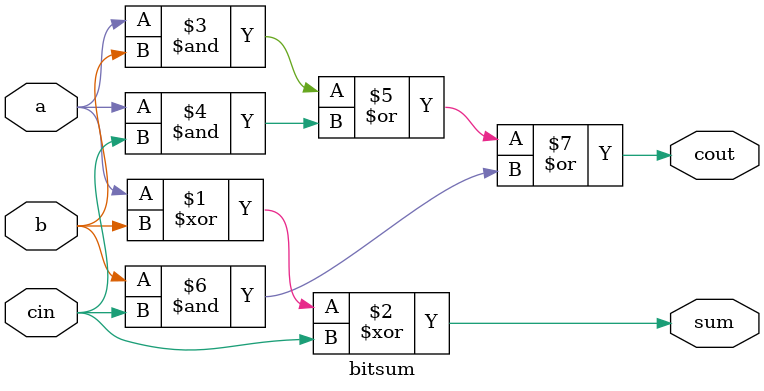
<source format=v>
module bitsum (
    input  wire a,        // ?????? ???????
    input  wire b,        // ?????? ???????
    input  wire cin,      // ??????? ???????
    output wire sum,      // ??? ????
    output wire cout      // ???????? ???????
);
    assign sum  =  a ^ b ^ cin;
    assign cout = (a & b) | (a & cin) | (b & cin);
endmodule


</source>
